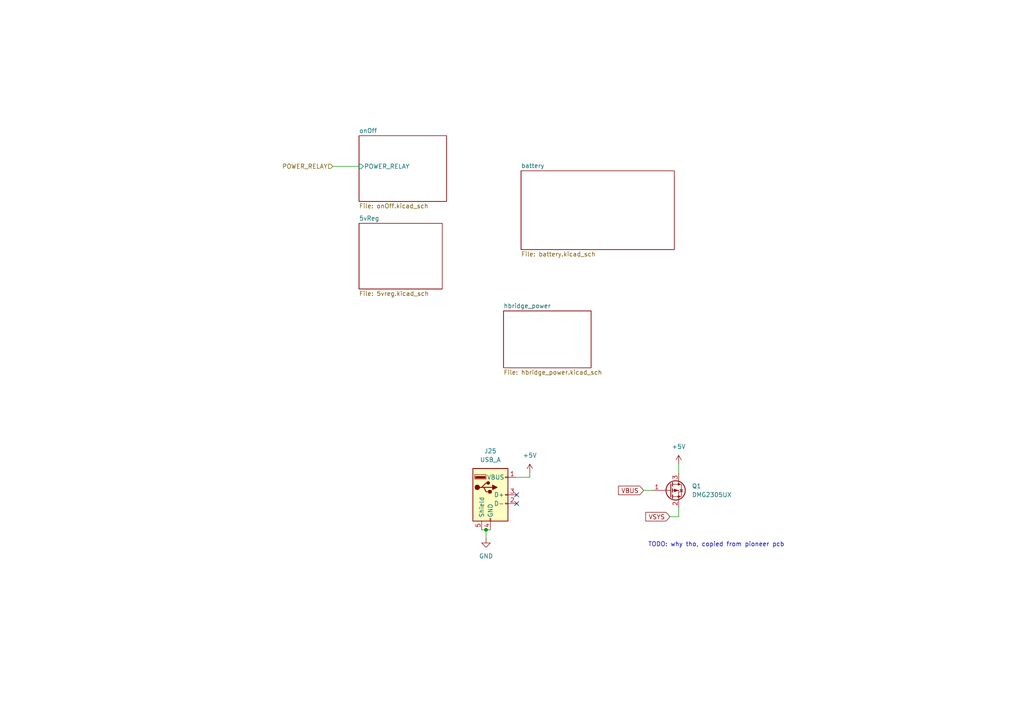
<source format=kicad_sch>
(kicad_sch (version 20230121) (generator eeschema)
  (paper "A4")
  (lib_symbols
    (symbol "Connector:USB_A" (pin_names (offset 1.016))
      (property "Reference" "J" (at -5.08 11.43 0))
      (property "Value" "USB_A" (at -5.08 8.89 0))
      (symbol "USB_A_0_1"
        (rectangle (start -5.08 -7.62) (end 5.08 7.62) (stroke (width 0.254)) (fill (type background)))
        (circle (center -3.81 2.159) (radius 0.635) (stroke (width 0.254)) (fill (type outline)))
        (rectangle (start -1.524 4.826) (end -4.318 5.334) (fill (type outline)))
        (rectangle (start -1.27 4.572) (end -4.572 5.842))
        (circle (center -0.635 3.429) (radius 0.381) (stroke (width 0.254)) (fill (type outline)))
        (rectangle (start -0.127 -7.62) (end 0.127 -6.858))
        (polyline (pts (xy -3.175 2.159) (xy -2.54 2.159) (xy -1.27 3.429) (xy -0.635 3.429)) (stroke (width 0.254)))
        (polyline (pts (xy -2.54 2.159) (xy -1.905 2.159) (xy -1.27 0.889) (xy 0 0.889)) (stroke (width 0.254)))
        (polyline (pts (xy 0.635 2.794) (xy 0.635 1.524) (xy 1.905 2.159) (xy 0.635 2.794)) (stroke (width 0.254)) (fill (type outline)))
        (rectangle (start 0.254 1.27) (end -0.508 0.508) (stroke (width 0.254)) (fill (type outline)))
        (rectangle (start 5.08 -2.667) (end 4.318 -2.413))
        (rectangle (start 5.08 -0.127) (end 4.318 0.127))
        (rectangle (start 5.08 4.953) (end 4.318 5.207))
      )
      (symbol "USB_A_1_1"
        (polyline (pts (xy -1.905 2.159) (xy 0.635 2.159)) (stroke (width 0.254)))
        (pin power_in line (at 7.62 5.08 180) (length 2.54) (name "VBUS") (number "1"))
        (pin bidirectional line (at 7.62 -2.54 180) (length 2.54) (name "D-") (number "2"))
        (pin bidirectional line (at 7.62 0 180) (length 2.54) (name "D+") (number "3"))
        (pin power_in line (at 0 -10.16 90) (length 2.54) (name "GND") (number "4"))
        (pin passive line (at -2.54 -10.16 90) (length 2.54) (name "Shield") (number "5"))
      )
    )
    (symbol "Transistor_FET:DMG2301L" (pin_names hide)
      (property "Reference" "Q" (at 5.08 1.905 0))
      (property "Value" "DMG2301L" (at 5.08 0 0))
      (symbol "DMG2301L_0_1"
        (polyline (pts (xy 0.254 0) (xy -2.54 0)))
        (polyline (pts (xy 0.254 1.905) (xy 0.254 -1.905)) (stroke (width 0.254)))
        (polyline (pts (xy 0.762 -1.27) (xy 0.762 -2.286)) (stroke (width 0.254)))
        (polyline (pts (xy 0.762 0.508) (xy 0.762 -0.508)) (stroke (width 0.254)))
        (polyline (pts (xy 0.762 2.286) (xy 0.762 1.27)) (stroke (width 0.254)))
        (polyline (pts (xy 2.54 2.54) (xy 2.54 1.778)))
        (polyline (pts (xy 2.54 -2.54) (xy 2.54 0) (xy 0.762 0)))
        (polyline (pts (xy 0.762 1.778) (xy 3.302 1.778) (xy 3.302 -1.778) (xy 0.762 -1.778)))
        (polyline (pts (xy 2.286 0) (xy 1.27 0.381) (xy 1.27 -0.381) (xy 2.286 0)) (fill (type outline)))
        (polyline (pts (xy 2.794 -0.508) (xy 2.921 -0.381) (xy 3.683 -0.381) (xy 3.81 -0.254)))
        (polyline (pts (xy 3.302 -0.381) (xy 2.921 0.254) (xy 3.683 0.254) (xy 3.302 -0.381)))
        (circle (center 1.651 0) (radius 2.794) (stroke (width 0.254)))
        (circle (center 2.54 -1.778) (radius 0.254) (fill (type outline)))
        (circle (center 2.54 1.778) (radius 0.254) (fill (type outline)))
      )
      (symbol "DMG2301L_1_1"
        (pin input line (at -5.08 0 0) (length 2.54) (name "G") (number "1"))
        (pin passive line (at 2.54 -5.08 90) (length 2.54) (name "S") (number "2"))
        (pin passive line (at 2.54 5.08 270) (length 2.54) (name "D") (number "3"))
      )
    )
    (symbol "power:+5V" (power) (pin_names (offset 0))
      (property "Value" "+5V" (at 0 3.556 0))
      (symbol "+5V_0_1"
        (polyline (pts (xy -0.762 1.27) (xy 0 2.54)))
        (polyline (pts (xy 0 0) (xy 0 2.54)))
        (polyline (pts (xy 0 2.54) (xy 0.762 1.27)))
      )
      (symbol "+5V_1_1"
        (pin power_in line (at 0 0 90) (length 0) hide (name "+5V") (number "1"))
      )
    )
    (symbol "power:GND" (power) (pin_names (offset 0))
      (property "Value" "GND" (at 0 -3.81 0))
      (symbol "GND_0_1"
        (polyline (pts (xy 0 0) (xy 0 -1.27) (xy 1.27 -1.27) (xy 0 -2.54) (xy -1.27 -1.27) (xy 0 -1.27)))
      )
      (symbol "GND_1_1"
        (pin power_in line (at 0 0 270) (length 0) hide (name "GND") (number "1"))
      )
    )
  )
  (junction (at 140.97 153.67))
  (no_connect (at 149.86 143.51))
  (no_connect (at 149.86 146.05))
  (wire (pts (xy 153.67 137.16) (xy 153.67 138.43)))
  (wire (pts (xy 186.69 142.24) (xy 189.23 142.24)))
  (wire (pts (xy 139.7 153.67) (xy 140.97 153.67)))
  (wire (pts (xy 196.85 149.86) (xy 196.85 147.32)))
  (wire (pts (xy 140.97 156.21) (xy 140.97 153.67)))
  (wire (pts (xy 140.97 153.67) (xy 142.24 153.67)))
  (wire (pts (xy 153.67 138.43) (xy 149.86 138.43)))
  (wire (pts (xy 196.85 134.62) (xy 196.85 137.16)))
  (wire (pts (xy 96.52 48.26) (xy 104.14 48.26)))
  (wire (pts (xy 194.31 149.86) (xy 196.85 149.86)))
  (text "TODO: why tho, copied from pioneer pcb" (at 187.96 158.75 0) (effects (font (size 1.27 1.27)) (justify left bottom)))
  (global_label "VBUS" (shape input) (at 186.69 142.24 180) (property "Intersheetrefs" "${INTERSHEET_REFS}" (effects hide)))
  (global_label "VSYS" (shape input) (at 194.31 149.86 180) (property "Intersheetrefs" "${INTERSHEET_REFS}" (effects hide)))
  (hierarchical_label "POWER_RELAY" (shape input) (at 96.52 48.26 180))
  (symbol (lib_id "power:+5V") (at 196.85 134.62 0) (unit 1)
    (property "Reference" "#PWR062" (effects hide))
    (property "Value" "+5V" (at 196.85 129.54 0))
  )
  (symbol (lib_id "power:+5V") (at 153.67 137.16 0) (unit 1)
    (property "Reference" "#PWR057" (effects hide))
    (property "Value" "+5V" (at 153.67 132.08 0))
  )
  (symbol (lib_id "Transistor_FET:DMG2301L") (at 194.31 142.24 0) (unit 1)
    (property "Reference" "Q1" (at 200.66 140.97 0) (effects (justify left)))
    (property "Value" "DMG2305UX" (at 200.66 143.51 0) (effects (justify left)))
    (property "Footprint" "Package_TO_SOT_SMD:SOT-23" (effects hide))
    (property "Datasheet" "https://www.diodes.com/assets/Datasheets/DMG2301L.pdf" (effects hide))
  )
  (symbol (lib_id "power:GND") (at 140.97 156.21 0) (unit 1)
    (property "Reference" "#PWR056" (effects hide))
    (property "Value" "GND" (at 140.97 161.29 0))
  )
  (symbol (lib_id "Connector:USB_A") (at 142.24 143.51 0) (unit 1)
    (property "Reference" "J25" (at 142.24 130.81 0))
    (property "Value" "USB_A" (at 142.24 133.35 0))
    (property "Footprint" "Connector_USB:USB_A_Molex_67643_Horizontal" (effects hide))
    (property "Datasheet" " ~" (effects hide))
  )
  (sheet (at 151.13 49.53) (size 44.45 22.86) (stroke (width 0.1524))
    (property "Sheetname" "battery" (at 151.13 48.8184 0) (effects (justify left bottom)))
    (property "Sheetfile" "battery.kicad_sch" (at 151.13 72.9746 0) (effects (justify left top)))
  )
  (sheet (at 104.14 64.77) (size 24.13 19.05) (stroke (width 0.1524))
    (property "Sheetname" "5vReg" (at 104.14 64.0584 0) (effects (justify left bottom)))
    (property "Sheetfile" "5vreg.kicad_sch" (at 104.14 84.4046 0) (effects (justify left top)))
  )
  (sheet (at 104.14 39.37) (size 25.4 19.05) (stroke (width 0.1524))
    (property "Sheetname" "onOff" (at 104.14 38.6584 0) (effects (justify left bottom)))
    (property "Sheetfile" "onOff.kicad_sch" (at 104.14 59.0046 0) (effects (justify left top)))
    (pin "POWER_RELAY" input (at 104.14 48.26 180))
  )
  (sheet (at 146.05 90.17) (size 25.4 16.51) (stroke (width 0.1524))
    (property "Sheetname" "hbridge_power" (at 146.05 89.4584 0) (effects (justify left bottom)))
    (property "Sheetfile" "hbridge_power.kicad_sch" (at 146.05 107.2646 0) (effects (justify left top)))
  )
)
</source>
